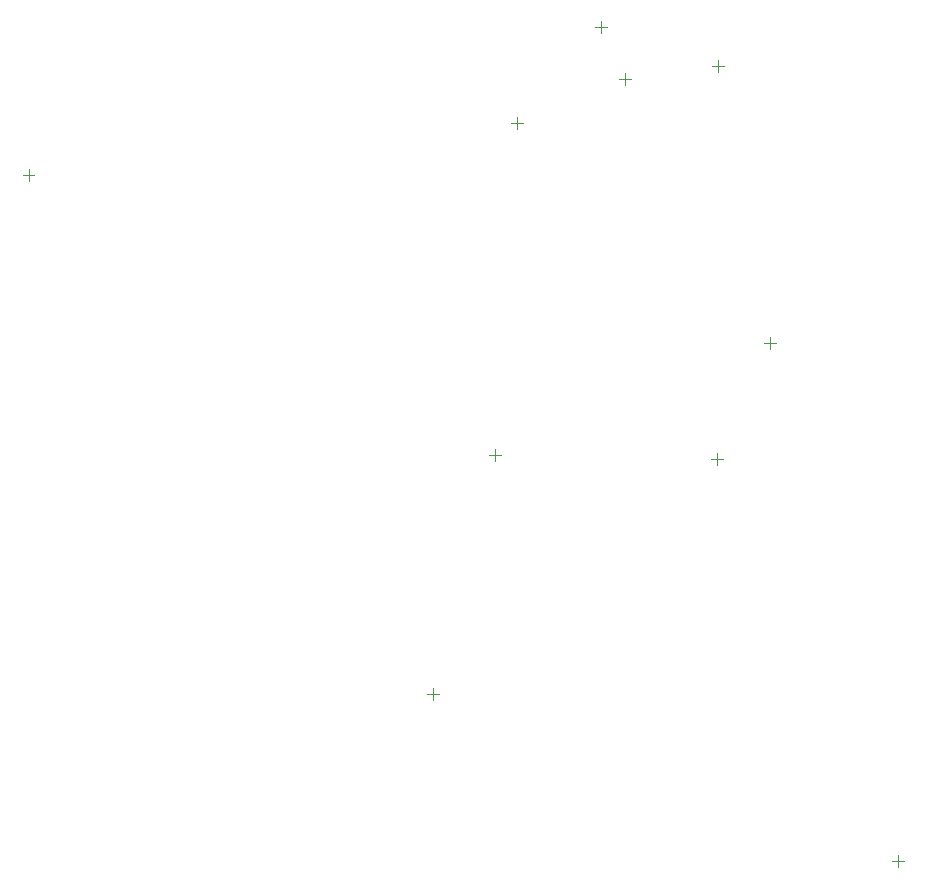
<source format=gbr>
%TF.GenerationSoftware,Altium Limited,Altium Designer,21.5.1 (32)*%
G04 Layer_Color=0*
%FSLAX45Y45*%
%MOMM*%
%TF.SameCoordinates,DA76D118-4440-4CF8-9B87-3A81F077C57B*%
%TF.FilePolarity,Positive*%
%TF.FileFunction,Other,Top_Component_Center*%
%TF.Part,Single*%
G01*
G75*
%TA.AperFunction,NonConductor*%
%ADD78C,0.10000*%
D78*
X2925495Y8915489D02*
X3025494D01*
X2975492Y8865492D02*
Y8965492D01*
X10284750Y3102031D02*
X10384749D01*
X10334747Y3052034D02*
Y3152033D01*
X6350784Y4520676D02*
X6450784D01*
X6400787Y4470679D02*
Y4570679D01*
X8811603Y9783052D02*
Y9883052D01*
X8761606Y9833049D02*
X8861606D01*
X7112290Y9302388D02*
Y9402388D01*
X7062293Y9352386D02*
X7162293D01*
X9200002Y7487498D02*
X9300002D01*
X9249999Y7437501D02*
Y7537501D01*
X7821407Y10115653D02*
Y10215652D01*
X7771405Y10165650D02*
X7871404D01*
X8023984Y9677317D02*
Y9777316D01*
X7973987Y9727314D02*
X8073987D01*
X8752013Y6505486D02*
X8852013D01*
X8802011Y6455489D02*
Y6555489D01*
X6877558Y6540602D02*
X6977558D01*
X6927555Y6490599D02*
Y6590599D01*
%TF.MD5,e8af09e8d5bd28f3d5eb562fe5932e0e*%
M02*

</source>
